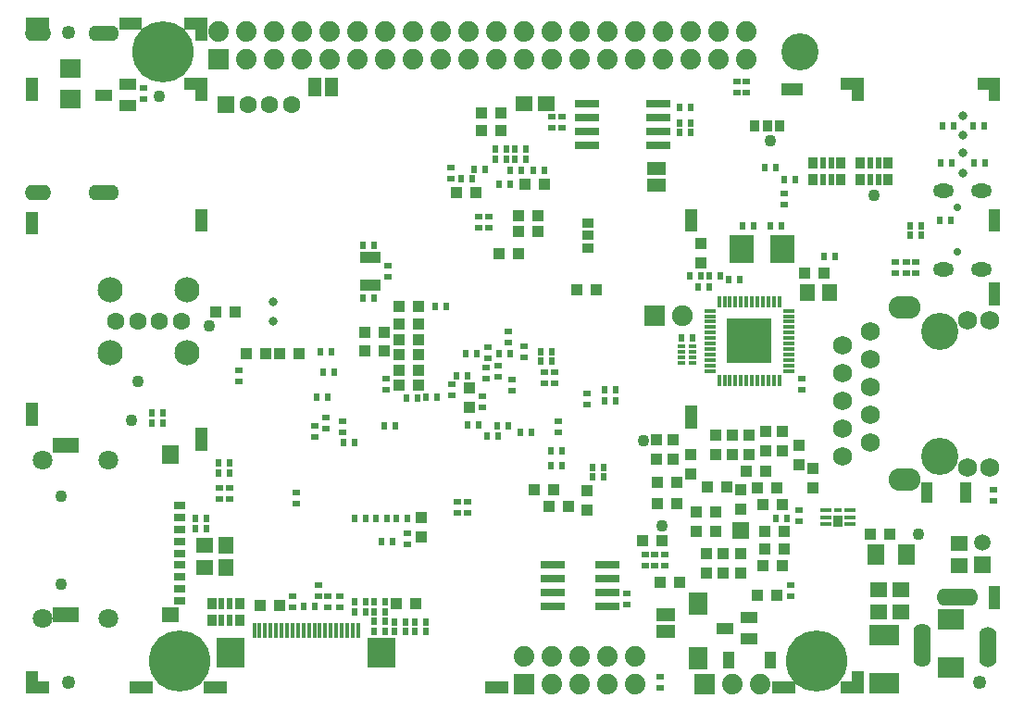
<source format=gbr>
%TF.GenerationSoftware,KiCad,Pcbnew,5.1.5-52549c5~84~ubuntu18.04.1*%
%TF.CreationDate,2020-02-11T15:54:30+02:00*%
%TF.ProjectId,A64-OlinuXino_Rev_G,4136342d-4f6c-4696-9e75-58696e6f5f52,G*%
%TF.SameCoordinates,Original*%
%TF.FileFunction,Soldermask,Bot*%
%TF.FilePolarity,Negative*%
%FSLAX46Y46*%
G04 Gerber Fmt 4.6, Leading zero omitted, Abs format (unit mm)*
G04 Created by KiCad (PCBNEW 5.1.5-52549c5~84~ubuntu18.04.1) date 2020-02-11 15:54:30*
%MOMM*%
%LPD*%
G04 APERTURE LIST*
%ADD10C,0.100000*%
%ADD11C,3.401600*%
%ADD12O,2.901600X2.101600*%
%ADD13C,1.751600*%
%ADD14R,1.901600X1.101600*%
%ADD15O,2.401600X1.401600*%
%ADD16O,2.801600X1.401600*%
%ADD17C,0.801600*%
%ADD18R,0.601600X0.651600*%
%ADD19R,2.301600X0.701600*%
%ADD20R,0.651600X0.601600*%
%ADD21C,1.879600*%
%ADD22R,1.879600X1.879600*%
%ADD23C,1.801600*%
%ADD24C,5.601600*%
%ADD25R,0.701600X0.451600*%
%ADD26R,0.901600X1.051600*%
%ADD27R,1.001600X0.451600*%
%ADD28C,1.601600*%
%ADD29C,2.301600*%
%ADD30R,1.601600X1.601600*%
%ADD31R,0.726600X0.426600*%
%ADD32R,0.726600X0.351600*%
%ADD33R,1.117600X1.117600*%
%ADD34R,1.100000X0.700000*%
%ADD35R,1.600000X1.400000*%
%ADD36R,1.600000X1.800000*%
%ADD37R,2.400000X1.400000*%
%ADD38C,1.101600*%
%ADD39O,1.901600X1.301600*%
%ADD40C,0.701600*%
%ADD41R,0.351600X1.401600*%
%ADD42R,2.501600X2.701600*%
%ADD43R,1.001600X0.351600*%
%ADD44R,0.351600X1.001600*%
%ADD45R,4.101600X4.101600*%
%ADD46R,1.524000X1.524000*%
%ADD47C,1.254000*%
%ADD48R,0.609600X1.117600*%
%ADD49R,0.863600X1.117600*%
%ADD50R,1.701800X1.270000*%
%ADD51R,1.625600X1.371600*%
%ADD52R,1.801600X2.101600*%
%ADD53R,1.101600X1.501600*%
%ADD54R,1.501600X1.101600*%
%ADD55R,1.901600X1.701600*%
%ADD56R,2.801600X1.901600*%
%ADD57R,1.371600X1.625600*%
%ADD58R,1.270000X1.701800*%
%ADD59R,1.625600X1.879600*%
%ADD60R,1.117600X0.863600*%
%ADD61R,1.117600X1.879600*%
%ADD62R,1.501600X1.501600*%
%ADD63C,1.501600*%
%ADD64C,1.901600*%
%ADD65R,1.901600X1.901600*%
%ADD66O,3.801600X1.601600*%
%ADD67O,1.601600X3.701600*%
%ADD68O,1.601600X4.001600*%
%ADD69R,2.201600X2.501600*%
%ADD70R,2.387600X1.879600*%
G04 APERTURE END LIST*
D10*
G36*
X118750000Y-99500000D02*
G01*
X116749999Y-99500000D01*
X116749999Y-98500000D01*
X118750000Y-98500000D01*
X118750000Y-99500000D01*
G37*
X118750000Y-99500000D02*
X116749999Y-99500000D01*
X116749999Y-98500000D01*
X118750000Y-98500000D01*
X118750000Y-99500000D01*
G36*
X171450000Y-44750000D02*
G01*
X169599999Y-44750000D01*
X169599999Y-43750000D01*
X171450000Y-43750000D01*
X171450000Y-44750000D01*
G37*
X171450000Y-44750000D02*
X169599999Y-44750000D01*
X169599999Y-43750000D01*
X171450000Y-43750000D01*
X171450000Y-44750000D01*
G36*
X101500000Y-45250001D02*
G01*
X100500000Y-45250001D01*
X100500000Y-43250000D01*
X101500000Y-43250000D01*
X101500000Y-45250001D01*
G37*
X101500000Y-45250001D02*
X100500000Y-45250001D01*
X100500000Y-43250000D01*
X101500000Y-43250000D01*
X101500000Y-45250001D01*
G36*
X177000000Y-45250000D02*
G01*
X176000000Y-45250000D01*
X176000000Y-43249999D01*
X177000000Y-43249999D01*
X177000000Y-45250000D01*
G37*
X177000000Y-45250000D02*
X176000000Y-45250000D01*
X176000000Y-43249999D01*
X177000000Y-43249999D01*
X177000000Y-45250000D01*
G36*
X161750000Y-57250001D02*
G01*
X160750000Y-57250001D01*
X160750000Y-55250000D01*
X161750000Y-55250000D01*
X161750000Y-57250001D01*
G37*
X161750000Y-57250001D02*
X160750000Y-57250001D01*
X160750000Y-55250000D01*
X161750000Y-55250000D01*
X161750000Y-57250001D01*
G36*
X161750000Y-75250001D02*
G01*
X160750000Y-75250001D01*
X160750000Y-73250000D01*
X161750000Y-73250000D01*
X161750000Y-75250001D01*
G37*
X161750000Y-75250001D02*
X160750000Y-75250001D01*
X160750000Y-73250000D01*
X161750000Y-73250000D01*
X161750000Y-75250001D01*
G36*
X117000000Y-77250001D02*
G01*
X116000000Y-77250001D01*
X116000000Y-75250000D01*
X117000000Y-75250000D01*
X117000000Y-77250001D01*
G37*
X117000000Y-77250001D02*
X116000000Y-77250001D01*
X116000000Y-75250000D01*
X117000000Y-75250000D01*
X117000000Y-77250001D01*
G36*
X117000000Y-57250001D02*
G01*
X116000000Y-57250001D01*
X116000000Y-55250000D01*
X117000000Y-55250000D01*
X117000000Y-57250001D01*
G37*
X117000000Y-57250001D02*
X116000000Y-57250001D01*
X116000000Y-55250000D01*
X117000000Y-55250000D01*
X117000000Y-57250001D01*
G36*
X117000000Y-45250000D02*
G01*
X116000000Y-45250000D01*
X116000000Y-43249999D01*
X117000000Y-43249999D01*
X117000000Y-45250000D01*
G37*
X117000000Y-45250000D02*
X116000000Y-45250000D01*
X116000000Y-43249999D01*
X117000000Y-43249999D01*
X117000000Y-45250000D01*
G36*
X117000000Y-39750000D02*
G01*
X116000000Y-39750000D01*
X116000000Y-37749999D01*
X117000000Y-37749999D01*
X117000000Y-39750000D01*
G37*
X117000000Y-39750000D02*
X116000000Y-39750000D01*
X116000000Y-37749999D01*
X117000000Y-37749999D01*
X117000000Y-39750000D01*
G36*
X117000000Y-44250000D02*
G01*
X114999999Y-44250000D01*
X114999999Y-43250000D01*
X117000000Y-43250000D01*
X117000000Y-44250000D01*
G37*
X117000000Y-44250000D02*
X114999999Y-44250000D01*
X114999999Y-43250000D01*
X117000000Y-43250000D01*
X117000000Y-44250000D01*
G36*
X177000001Y-44250000D02*
G01*
X175000000Y-44250000D01*
X175000000Y-43250000D01*
X177000001Y-43250000D01*
X177000001Y-44250000D01*
G37*
X177000001Y-44250000D02*
X175000000Y-44250000D01*
X175000000Y-43250000D01*
X177000001Y-43250000D01*
X177000001Y-44250000D01*
G36*
X189500001Y-44250000D02*
G01*
X187500000Y-44250000D01*
X187500000Y-43250000D01*
X189500001Y-43250000D01*
X189500001Y-44250000D01*
G37*
X189500001Y-44250000D02*
X187500000Y-44250000D01*
X187500000Y-43250000D01*
X189500001Y-43250000D01*
X189500001Y-44250000D01*
G36*
X189500000Y-45250000D02*
G01*
X188500000Y-45250000D01*
X188500000Y-43249999D01*
X189500000Y-43249999D01*
X189500000Y-45250000D01*
G37*
X189500000Y-45250000D02*
X188500000Y-45250000D01*
X188500000Y-43249999D01*
X189500000Y-43249999D01*
X189500000Y-45250000D01*
G36*
X189500000Y-57250001D02*
G01*
X188500000Y-57250001D01*
X188500000Y-55250000D01*
X189500000Y-55250000D01*
X189500000Y-57250001D01*
G37*
X189500000Y-57250001D02*
X188500000Y-57250001D01*
X188500000Y-55250000D01*
X189500000Y-55250000D01*
X189500000Y-57250001D01*
G36*
X189500000Y-64000001D02*
G01*
X188500000Y-64000001D01*
X188500000Y-62000000D01*
X189500000Y-62000000D01*
X189500000Y-64000001D01*
G37*
X189500000Y-64000001D02*
X188500000Y-64000001D01*
X188500000Y-62000000D01*
X189500000Y-62000000D01*
X189500000Y-64000001D01*
G36*
X189500000Y-91750001D02*
G01*
X188500000Y-91750001D01*
X188500000Y-89750000D01*
X189500000Y-89750000D01*
X189500000Y-91750001D01*
G37*
X189500000Y-91750001D02*
X188500000Y-91750001D01*
X188500000Y-89750000D01*
X189500000Y-89750000D01*
X189500000Y-91750001D01*
G36*
X177000000Y-99500001D02*
G01*
X176000000Y-99500001D01*
X176000000Y-97500000D01*
X177000000Y-97500000D01*
X177000000Y-99500001D01*
G37*
X177000000Y-99500001D02*
X176000000Y-99500001D01*
X176000000Y-97500000D01*
X177000000Y-97500000D01*
X177000000Y-99500001D01*
G36*
X177000000Y-99500000D02*
G01*
X174999999Y-99500000D01*
X174999999Y-98500000D01*
X177000000Y-98500000D01*
X177000000Y-99500000D01*
G37*
X177000000Y-99500000D02*
X174999999Y-99500000D01*
X174999999Y-98500000D01*
X177000000Y-98500000D01*
X177000000Y-99500000D01*
G36*
X170750000Y-99500000D02*
G01*
X168749999Y-99500000D01*
X168749999Y-98500000D01*
X170750000Y-98500000D01*
X170750000Y-99500000D01*
G37*
X170750000Y-99500000D02*
X168749999Y-99500000D01*
X168749999Y-98500000D01*
X170750000Y-98500000D01*
X170750000Y-99500000D01*
G36*
X144500000Y-99500000D02*
G01*
X142499999Y-99500000D01*
X142499999Y-98500000D01*
X144500000Y-98500000D01*
X144500000Y-99500000D01*
G37*
X144500000Y-99500000D02*
X142499999Y-99500000D01*
X142499999Y-98500000D01*
X144500000Y-98500000D01*
X144500000Y-99500000D01*
G36*
X112000000Y-99500000D02*
G01*
X109999999Y-99500000D01*
X109999999Y-98500000D01*
X112000000Y-98500000D01*
X112000000Y-99500000D01*
G37*
X112000000Y-99500000D02*
X109999999Y-99500000D01*
X109999999Y-98500000D01*
X112000000Y-98500000D01*
X112000000Y-99500000D01*
G36*
X102500001Y-99500000D02*
G01*
X100500000Y-99500000D01*
X100500000Y-98500000D01*
X102500001Y-98500000D01*
X102500001Y-99500000D01*
G37*
X102500001Y-99500000D02*
X100500000Y-99500000D01*
X100500000Y-98500000D01*
X102500001Y-98500000D01*
X102500001Y-99500000D01*
G36*
X101500000Y-99500001D02*
G01*
X100500000Y-99500000D01*
X100500000Y-97500000D01*
X101500000Y-97500000D01*
X101500000Y-99500001D01*
G37*
X101500000Y-99500001D02*
X100500000Y-99500000D01*
X100500000Y-97500000D01*
X101500000Y-97500000D01*
X101500000Y-99500001D01*
G36*
X101500000Y-75000000D02*
G01*
X100500000Y-75000001D01*
X100500000Y-73000000D01*
X101500000Y-73000000D01*
X101500000Y-75000000D01*
G37*
X101500000Y-75000000D02*
X100500000Y-75000001D01*
X100500000Y-73000000D01*
X101500000Y-73000000D01*
X101500000Y-75000000D01*
G36*
X101500000Y-55500000D02*
G01*
X101500000Y-57500000D01*
X100500000Y-57500000D01*
X100500000Y-55499999D01*
X101500000Y-55500000D01*
G37*
X101500000Y-55500000D02*
X101500000Y-57500000D01*
X100500000Y-57500000D01*
X100500000Y-55499999D01*
X101500000Y-55500000D01*
G36*
X102500000Y-38750000D02*
G01*
X100500000Y-38750000D01*
X100500000Y-37750000D01*
X102500000Y-37750000D01*
X102500000Y-38750000D01*
G37*
X102500000Y-38750000D02*
X100500000Y-38750000D01*
X100500000Y-37750000D01*
X102500000Y-37750000D01*
X102500000Y-38750000D01*
G36*
X111000000Y-38750000D02*
G01*
X109000000Y-38750000D01*
X109000000Y-37750000D01*
X111000000Y-37750000D01*
X111000000Y-38750000D01*
G37*
X111000000Y-38750000D02*
X109000000Y-38750000D01*
X109000000Y-37750000D01*
X111000000Y-37750000D01*
X111000000Y-38750000D01*
G36*
X117000000Y-38750000D02*
G01*
X115000000Y-38750000D01*
X115000000Y-37750000D01*
X117000000Y-37750000D01*
X117000000Y-38750000D01*
G37*
X117000000Y-38750000D02*
X115000000Y-38750000D01*
X115000000Y-37750000D01*
X117000000Y-37750000D01*
X117000000Y-38750000D01*
D11*
%TO.C,LAN1*%
X184023000Y-77851000D03*
X184023000Y-66421000D03*
D12*
X180823000Y-80036000D03*
X180823000Y-64236000D03*
D13*
X188595000Y-78867000D03*
X186563000Y-78867000D03*
X188595000Y-65405000D03*
X186563000Y-65405000D03*
X175133000Y-77851000D03*
X177673000Y-76581000D03*
X175133000Y-75311000D03*
X177673000Y-74041000D03*
X175133000Y-72771000D03*
X177673000Y-71501000D03*
X175133000Y-70231000D03*
X177673000Y-68961000D03*
X175133000Y-67691000D03*
X177673000Y-66421000D03*
%TD*%
D14*
%TO.C,Q2*%
X131953000Y-62210000D03*
X131953000Y-59710000D03*
%TD*%
D15*
%TO.C,HDMI1*%
X101547000Y-39182000D03*
X101547000Y-53782000D03*
D16*
X107597000Y-53782000D03*
X107597000Y-39182000D03*
%TD*%
D17*
%TO.C,UBOOT1*%
X123063000Y-63743000D03*
X123063000Y-65543000D03*
%TD*%
%TO.C,RESET1*%
X186182000Y-46725000D03*
X186182000Y-48525000D03*
%TD*%
%TO.C,PWRON1*%
X186182000Y-50154000D03*
X186182000Y-51954000D03*
%TD*%
D18*
%TO.C,R15*%
X144399000Y-50673000D03*
X143383000Y-50673000D03*
%TD*%
D19*
%TO.C,U4*%
X153649501Y-91567001D03*
X153649501Y-90297001D03*
X153649501Y-89027001D03*
X153649501Y-87757001D03*
X148649501Y-87757001D03*
X148649501Y-89027001D03*
X148649501Y-90297001D03*
X148649501Y-91567001D03*
%TD*%
D20*
%TO.C,C39*%
X155448000Y-90424000D03*
X155448000Y-91440000D03*
%TD*%
D18*
%TO.C,R66*%
X145161000Y-50673000D03*
X146177000Y-50673000D03*
%TD*%
D20*
%TO.C,C94*%
X142811500Y-56959500D03*
X142811500Y-55943500D03*
%TD*%
D21*
%TO.C,UEXT1*%
X148590000Y-96139000D03*
X148590000Y-98679000D03*
X146050000Y-96139000D03*
D22*
X146050000Y-98679000D03*
D21*
X151130000Y-98679000D03*
X151130000Y-96139000D03*
X153670000Y-96139000D03*
X153670000Y-98679000D03*
X156210000Y-98679000D03*
X156210000Y-96139000D03*
%TD*%
D23*
%TO.C,HEADPHONES/LINEOUT1*%
X101981000Y-78232000D03*
X107981000Y-78232000D03*
%TD*%
D24*
%TO.C,Mounting_hole2*%
X114500000Y-96600000D03*
%TD*%
%TO.C,Mounting_hole3*%
X113000000Y-40900000D03*
%TD*%
%TO.C,Mounting_hole1*%
X172800000Y-96600000D03*
%TD*%
D18*
%TO.C,R131*%
X136017000Y-93027500D03*
X137033000Y-93027500D03*
%TD*%
%TO.C,R132*%
X132334000Y-92964000D03*
X133350000Y-92964000D03*
%TD*%
%TO.C,R127*%
X135191500Y-93027500D03*
X134175500Y-93027500D03*
%TD*%
%TO.C,R128*%
X133350000Y-92075000D03*
X132334000Y-92075000D03*
%TD*%
%TO.C,R129*%
X137033000Y-93916500D03*
X136017000Y-93916500D03*
%TD*%
%TO.C,R130*%
X133350000Y-93916500D03*
X132334000Y-93916500D03*
%TD*%
%TO.C,R126*%
X130556000Y-92075000D03*
X131572000Y-92075000D03*
%TD*%
%TO.C,R125*%
X135191500Y-93916500D03*
X134175500Y-93916500D03*
%TD*%
%TO.C,R121*%
X146177000Y-49784000D03*
X145161000Y-49784000D03*
%TD*%
D25*
%TO.C,T1*%
X174752000Y-82789000D03*
D26*
X174752000Y-83789000D03*
D27*
X175852000Y-84089000D03*
X175852000Y-83439000D03*
X175852000Y-82789000D03*
X173652000Y-82789000D03*
X173652000Y-83439000D03*
X173652000Y-84089000D03*
%TD*%
D28*
%TO.C,USB1*%
X114712000Y-65532000D03*
X112712000Y-65532000D03*
X110712000Y-65532000D03*
X108712000Y-65532000D03*
D29*
X108212000Y-68382000D03*
X108212000Y-62682000D03*
X115212000Y-68382000D03*
X115212000Y-62682000D03*
%TD*%
D28*
%TO.C,HSIC1*%
X124793000Y-45720000D03*
X122793000Y-45720000D03*
X120793000Y-45720000D03*
D30*
X118793000Y-45720000D03*
%TD*%
D31*
%TO.C,RM15*%
X160396500Y-69370000D03*
X161421500Y-69370000D03*
D32*
X160396500Y-68830000D03*
X161421500Y-68830000D03*
X160396500Y-68330000D03*
X161421500Y-68330000D03*
D31*
X160396500Y-67790000D03*
X161421500Y-67790000D03*
%TD*%
D18*
%TO.C,R62*%
X143383000Y-49784000D03*
X144399000Y-49784000D03*
%TD*%
D33*
%TO.C,C162*%
X161290000Y-79502000D03*
X161290000Y-77724000D03*
%TD*%
D19*
%TO.C,U12*%
X151832000Y-45593000D03*
X151832000Y-46863000D03*
X151832000Y-48133000D03*
X151832000Y-49403000D03*
X158302000Y-49403000D03*
X158302000Y-48133000D03*
X158302000Y-46863000D03*
X158302000Y-45593000D03*
%TD*%
D34*
%TO.C,MICRO_SD1*%
X114565000Y-91132000D03*
X114565000Y-90032000D03*
X114565000Y-88932000D03*
X114565000Y-87832000D03*
X114565000Y-86732000D03*
X114565000Y-85632000D03*
X114565000Y-84532000D03*
X114565000Y-83432000D03*
X114565000Y-82332000D03*
D35*
X113685000Y-92332000D03*
D36*
X113685000Y-77732000D03*
D37*
X104085000Y-92332000D03*
X104085000Y-76832000D03*
D38*
X103682800Y-81534000D03*
X103682800Y-89535000D03*
%TD*%
D39*
%TO.C,USB-OTG1*%
X187842000Y-53550000D03*
X184372000Y-53550000D03*
X184372000Y-60750000D03*
X187842000Y-60750000D03*
D40*
X185692000Y-55150000D03*
X185692000Y-59150000D03*
%TD*%
D23*
%TO.C,MIC/LINEIN1*%
X101981000Y-92710000D03*
X107981000Y-92710000D03*
%TD*%
D41*
%TO.C,MIPI-DSI1*%
X121361000Y-93770000D03*
X121861000Y-93770000D03*
X122361000Y-93770000D03*
X122861000Y-93770000D03*
X123361000Y-93770000D03*
X123861000Y-93770000D03*
X124361000Y-93770000D03*
X124861000Y-93770000D03*
X125361000Y-93770000D03*
X125861000Y-93770000D03*
X126361000Y-93770000D03*
X126861000Y-93770000D03*
X127361000Y-93770000D03*
X127861000Y-93770000D03*
X128361000Y-93770000D03*
X128861000Y-93770000D03*
X129361000Y-93770000D03*
X129861000Y-93770000D03*
X130361000Y-93770000D03*
X130861000Y-93770000D03*
D42*
X119211000Y-95870000D03*
X133011000Y-95870000D03*
%TD*%
D43*
%TO.C,U15*%
X170224000Y-64560000D03*
X170224000Y-65060000D03*
X170224000Y-65560000D03*
X170224000Y-66060000D03*
X170224000Y-66560000D03*
X170224000Y-67060000D03*
X170224000Y-67560000D03*
X170224000Y-68060000D03*
X170224000Y-68560000D03*
X170224000Y-69060000D03*
X170224000Y-69560000D03*
X170224000Y-70060000D03*
D44*
X169374000Y-70910000D03*
X168874000Y-70910000D03*
X168374000Y-70910000D03*
X167874000Y-70910000D03*
X167374000Y-70910000D03*
X166874000Y-70910000D03*
X166374000Y-70910000D03*
X165874000Y-70910000D03*
X165374000Y-70910000D03*
X164874000Y-70910000D03*
X164374000Y-70910000D03*
X163874000Y-70910000D03*
D43*
X163024000Y-70060000D03*
X163024000Y-69560000D03*
X163024000Y-69060000D03*
X163024000Y-68560000D03*
X163024000Y-68060000D03*
X163024000Y-67560000D03*
X163024000Y-67060000D03*
X163024000Y-66560000D03*
X163024000Y-66060000D03*
X163024000Y-65560000D03*
X163024000Y-65060000D03*
X163024000Y-64560000D03*
D44*
X163874000Y-63710000D03*
X164374000Y-63710000D03*
X164874000Y-63710000D03*
X165374000Y-63710000D03*
X165874000Y-63710000D03*
X166374000Y-63710000D03*
X166874000Y-63710000D03*
X167374000Y-63710000D03*
X167874000Y-63710000D03*
X168374000Y-63710000D03*
X168874000Y-63710000D03*
X169374000Y-63710000D03*
D45*
X166624000Y-67310000D03*
D46*
X166624000Y-67310000D03*
%TD*%
D47*
%TO.C,FID4*%
X104394000Y-39116000D03*
%TD*%
%TO.C,FID5*%
X104394000Y-98552000D03*
%TD*%
%TO.C,FID6*%
X187706000Y-98552000D03*
%TD*%
D46*
%TO.C,U14*%
X165862000Y-84645500D03*
%TD*%
D48*
%TO.C,RM9*%
X177673000Y-52578000D03*
X178435000Y-52578000D03*
X177673000Y-51054000D03*
X178435000Y-51054000D03*
D49*
X176784000Y-52578000D03*
X176784000Y-51054000D03*
X179324000Y-52578000D03*
X179324000Y-51054000D03*
%TD*%
D20*
%TO.C,R93*%
X133604000Y-61468000D03*
X133604000Y-60452000D03*
%TD*%
%TO.C,R46*%
X111252000Y-45212000D03*
X111252000Y-44196000D03*
%TD*%
D50*
%TO.C,5V_E1*%
X159004000Y-93853000D03*
X159004000Y-92329000D03*
X159004000Y-92329000D03*
%TD*%
D20*
%TO.C,C1*%
X135400000Y-85908000D03*
X135400000Y-84892000D03*
%TD*%
D18*
%TO.C,C2*%
X134366000Y-83566000D03*
X135382000Y-83566000D03*
%TD*%
%TO.C,C3*%
X132461000Y-83566000D03*
X133477000Y-83566000D03*
%TD*%
%TO.C,C4*%
X130556000Y-83566000D03*
X131572000Y-83566000D03*
%TD*%
D33*
%TO.C,C5*%
X136144000Y-91376500D03*
X134366000Y-91376500D03*
%TD*%
D20*
%TO.C,C6*%
X129159000Y-91694000D03*
X129159000Y-90678000D03*
%TD*%
%TO.C,C7*%
X124841000Y-91694000D03*
X124841000Y-90678000D03*
%TD*%
%TO.C,C8*%
X125200000Y-81192000D03*
X125200000Y-82208000D03*
%TD*%
%TO.C,C9*%
X129413000Y-74676000D03*
X129413000Y-75692000D03*
%TD*%
D33*
%TO.C,C10*%
X125489000Y-68500000D03*
X123711000Y-68500000D03*
%TD*%
D20*
%TO.C,C11*%
X119100000Y-80792000D03*
X119100000Y-81808000D03*
%TD*%
D18*
%TO.C,C12*%
X134008000Y-85700000D03*
X132992000Y-85700000D03*
%TD*%
%TO.C,C13*%
X132334000Y-91186000D03*
X133350000Y-91186000D03*
%TD*%
%TO.C,C14*%
X130556000Y-91186000D03*
X131572000Y-91186000D03*
%TD*%
D20*
%TO.C,C15*%
X133400000Y-71808000D03*
X133400000Y-70792000D03*
%TD*%
D33*
%TO.C,C16*%
X121911000Y-91500000D03*
X123689000Y-91500000D03*
%TD*%
D18*
%TO.C,C17*%
X144608000Y-75100000D03*
X143592000Y-75100000D03*
%TD*%
%TO.C,C18*%
X146708000Y-75700000D03*
X145692000Y-75700000D03*
%TD*%
%TO.C,C19*%
X129540000Y-76581000D03*
X130556000Y-76581000D03*
%TD*%
%TO.C,C20*%
X128708000Y-70200000D03*
X127692000Y-70200000D03*
%TD*%
D33*
%TO.C,C21*%
X131445000Y-68199000D03*
X133223000Y-68199000D03*
%TD*%
D18*
%TO.C,C22*%
X140892000Y-75000000D03*
X141908000Y-75000000D03*
%TD*%
%TO.C,C23*%
X118092000Y-78500000D03*
X119108000Y-78500000D03*
%TD*%
D20*
%TO.C,C24*%
X127200000Y-90708000D03*
X127200000Y-89692000D03*
%TD*%
D18*
%TO.C,C25*%
X128408000Y-68300000D03*
X127392000Y-68300000D03*
%TD*%
D33*
%TO.C,C26*%
X120611000Y-68500000D03*
X122389000Y-68500000D03*
%TD*%
%TO.C,C27*%
X136652000Y-83439000D03*
X136652000Y-85217000D03*
%TD*%
D20*
%TO.C,C28*%
X127900000Y-75308000D03*
X127900000Y-74292000D03*
%TD*%
D18*
%TO.C,C29*%
X142692000Y-76000000D03*
X143708000Y-76000000D03*
%TD*%
%TO.C,C30*%
X134308000Y-75100000D03*
X133292000Y-75100000D03*
%TD*%
D20*
%TO.C,C31*%
X126900000Y-75092000D03*
X126900000Y-76108000D03*
%TD*%
D18*
%TO.C,C34*%
X147592000Y-69200000D03*
X148608000Y-69200000D03*
%TD*%
%TO.C,C35*%
X146892000Y-51750000D03*
X147908000Y-51750000D03*
%TD*%
D33*
%TO.C,C36*%
X146113500Y-52959000D03*
X147891500Y-52959000D03*
%TD*%
D18*
%TO.C,C37*%
X140242000Y-52500000D03*
X141258000Y-52500000D03*
%TD*%
D33*
%TO.C,C38*%
X139861000Y-53750000D03*
X141639000Y-53750000D03*
%TD*%
%TO.C,C42*%
X142111000Y-46500000D03*
X143889000Y-46500000D03*
%TD*%
%TO.C,C43*%
X142111000Y-48050000D03*
X143889000Y-48050000D03*
%TD*%
D18*
%TO.C,C44*%
X142508000Y-51650000D03*
X141492000Y-51650000D03*
%TD*%
%TO.C,C46*%
X139892000Y-70500000D03*
X140908000Y-70500000D03*
%TD*%
D20*
%TO.C,C50*%
X139425000Y-72333000D03*
X139425000Y-71317000D03*
%TD*%
D18*
%TO.C,C51*%
X137092000Y-72500000D03*
X138108000Y-72500000D03*
%TD*%
D33*
%TO.C,C53*%
X134620000Y-69977000D03*
X136398000Y-69977000D03*
%TD*%
%TO.C,C54*%
X136398000Y-65786000D03*
X134620000Y-65786000D03*
%TD*%
%TO.C,C55*%
X134620000Y-68580000D03*
X136398000Y-68580000D03*
%TD*%
%TO.C,C56*%
X136398000Y-67183000D03*
X134620000Y-67183000D03*
%TD*%
%TO.C,C59*%
X136398000Y-71374000D03*
X134620000Y-71374000D03*
%TD*%
%TO.C,C61*%
X141050000Y-73364000D03*
X141050000Y-71586000D03*
%TD*%
D51*
%TO.C,C64*%
X116840000Y-88011000D03*
X116840000Y-85979000D03*
%TD*%
D20*
%TO.C,C72*%
X179959000Y-60071000D03*
X179959000Y-61087000D03*
%TD*%
%TO.C,C73*%
X144625000Y-67458000D03*
X144625000Y-66442000D03*
%TD*%
D18*
%TO.C,C79*%
X144808000Y-68500000D03*
X143792000Y-68500000D03*
%TD*%
D20*
%TO.C,C80*%
X147900000Y-71208000D03*
X147900000Y-70192000D03*
%TD*%
%TO.C,C109*%
X142700000Y-67892000D03*
X142700000Y-68908000D03*
%TD*%
D18*
%TO.C,C110*%
X147592000Y-68300000D03*
X148608000Y-68300000D03*
%TD*%
D20*
%TO.C,C115*%
X148800000Y-70192000D03*
X148800000Y-71208000D03*
%TD*%
D33*
%TO.C,C116*%
X143764000Y-59309000D03*
X145542000Y-59309000D03*
%TD*%
D20*
%TO.C,C117*%
X142600000Y-69792000D03*
X142600000Y-70808000D03*
%TD*%
D51*
%TO.C,C118*%
X180467000Y-92075000D03*
X180467000Y-90043000D03*
%TD*%
%TO.C,C119*%
X178435000Y-92075000D03*
X178435000Y-90043000D03*
%TD*%
D33*
%TO.C,C120*%
X145542000Y-55880000D03*
X147320000Y-55880000D03*
%TD*%
%TO.C,C121*%
X168021000Y-84709000D03*
X169799000Y-84709000D03*
%TD*%
D18*
%TO.C,C123*%
X149508000Y-77400000D03*
X148492000Y-77400000D03*
%TD*%
D33*
%TO.C,C125*%
X160020000Y-80264000D03*
X158242000Y-80264000D03*
%TD*%
%TO.C,C126*%
X161798000Y-82931000D03*
X163576000Y-82931000D03*
%TD*%
D18*
%TO.C,C127*%
X152273000Y-79756000D03*
X153289000Y-79756000D03*
%TD*%
D33*
%TO.C,C128*%
X168021000Y-86360000D03*
X169799000Y-86360000D03*
%TD*%
D18*
%TO.C,C130*%
X152273000Y-78867000D03*
X153289000Y-78867000D03*
%TD*%
D20*
%TO.C,C132*%
X149200000Y-75708000D03*
X149200000Y-74692000D03*
%TD*%
D33*
%TO.C,C133*%
X165862000Y-88519000D03*
X165862000Y-86741000D03*
%TD*%
D18*
%TO.C,C134*%
X149508000Y-78700000D03*
X148492000Y-78700000D03*
%TD*%
D33*
%TO.C,C135*%
X179451000Y-84963000D03*
X177673000Y-84963000D03*
%TD*%
%TO.C,C137*%
X151765000Y-81026000D03*
X151765000Y-82804000D03*
%TD*%
%TO.C,C142*%
X148717000Y-80899000D03*
X146939000Y-80899000D03*
%TD*%
%TO.C,C145*%
X164211000Y-88519000D03*
X164211000Y-86741000D03*
%TD*%
%TO.C,C147*%
X172466000Y-78994000D03*
X172466000Y-80772000D03*
%TD*%
%TO.C,C148*%
X150114000Y-82423000D03*
X148336000Y-82423000D03*
%TD*%
%TO.C,C149*%
X162687000Y-86741000D03*
X162687000Y-88519000D03*
%TD*%
%TO.C,C151*%
X158496000Y-89408000D03*
X160274000Y-89408000D03*
%TD*%
%TO.C,C152*%
X167386000Y-90551000D03*
X169164000Y-90551000D03*
%TD*%
%TO.C,C153*%
X166624000Y-77724000D03*
X166624000Y-75946000D03*
%TD*%
D20*
%TO.C,C155*%
X142200000Y-72392000D03*
X142200000Y-73408000D03*
%TD*%
D18*
%TO.C,C156*%
X185293000Y-47625000D03*
X184277000Y-47625000D03*
%TD*%
D33*
%TO.C,C157*%
X165862000Y-80899000D03*
X165862000Y-82677000D03*
%TD*%
D20*
%TO.C,C158*%
X144900000Y-70892000D03*
X144900000Y-71908000D03*
%TD*%
D33*
%TO.C,C159*%
X160020000Y-82169000D03*
X158242000Y-82169000D03*
%TD*%
%TO.C,C160*%
X158115000Y-76327000D03*
X158115000Y-78105000D03*
%TD*%
%TO.C,C161*%
X162814000Y-80645000D03*
X164592000Y-80645000D03*
%TD*%
%TO.C,C164*%
X163576000Y-77724000D03*
X163576000Y-75946000D03*
%TD*%
%TO.C,C165*%
X165100000Y-77724000D03*
X165100000Y-75946000D03*
%TD*%
%TO.C,C167*%
X168148000Y-79248000D03*
X166370000Y-79248000D03*
%TD*%
%TO.C,C168*%
X159639000Y-76327000D03*
X159639000Y-78105000D03*
%TD*%
%TO.C,C170*%
X169164000Y-80772000D03*
X167386000Y-80772000D03*
%TD*%
%TO.C,C171*%
X163576000Y-84709000D03*
X161798000Y-84709000D03*
%TD*%
%TO.C,C173*%
X156845000Y-85598000D03*
X158623000Y-85598000D03*
%TD*%
%TO.C,C174*%
X171196000Y-78613000D03*
X171196000Y-76835000D03*
%TD*%
%TO.C,C176*%
X169672000Y-82296000D03*
X167894000Y-82296000D03*
%TD*%
D18*
%TO.C,C177*%
X185166000Y-51054000D03*
X184150000Y-51054000D03*
%TD*%
D33*
%TO.C,C178*%
X169672000Y-77343000D03*
X169672000Y-75565000D03*
%TD*%
%TO.C,C179*%
X168148000Y-77343000D03*
X168148000Y-75565000D03*
%TD*%
D51*
%TO.C,C180*%
X185801000Y-87884000D03*
X185801000Y-85852000D03*
%TD*%
D33*
%TO.C,C181*%
X169672000Y-87884000D03*
X167894000Y-87884000D03*
%TD*%
D18*
%TO.C,C183*%
X131318000Y-58547000D03*
X132334000Y-58547000D03*
%TD*%
%TO.C,C184*%
X131318000Y-63373000D03*
X132334000Y-63373000D03*
%TD*%
D33*
%TO.C,C188*%
X145542000Y-57277000D03*
X147320000Y-57277000D03*
%TD*%
D18*
%TO.C,C189*%
X141708000Y-68500000D03*
X140692000Y-68500000D03*
%TD*%
D33*
%TO.C,C190*%
X117856000Y-64643000D03*
X119634000Y-64643000D03*
%TD*%
D20*
%TO.C,C191*%
X146000000Y-68834000D03*
X146000000Y-67818000D03*
%TD*%
D33*
%TO.C,C192*%
X136398000Y-64135000D03*
X134620000Y-64135000D03*
%TD*%
%TO.C,C194*%
X150876000Y-62611000D03*
X152654000Y-62611000D03*
%TD*%
D52*
%TO.C,D3*%
X161925000Y-96353000D03*
X161925000Y-91353000D03*
%TD*%
D53*
%TO.C,D4*%
X168524000Y-96520000D03*
X164724000Y-96520000D03*
%TD*%
D54*
%TO.C,FET1*%
X109819440Y-43881040D03*
X109819440Y-45783500D03*
X107609640Y-44828460D03*
%TD*%
%TO.C,FET2*%
X166588440Y-92649040D03*
X166588440Y-94551500D03*
X164378640Y-93596460D03*
%TD*%
D55*
%TO.C,FUSE1*%
X104521000Y-42415000D03*
X104521000Y-45215000D03*
%TD*%
D56*
%TO.C,FUSE2*%
X178943000Y-98593000D03*
X178943000Y-94193000D03*
%TD*%
D51*
%TO.C,L1*%
X148082000Y-45593000D03*
X146050000Y-45593000D03*
%TD*%
D57*
%TO.C,L2*%
X118745000Y-88011000D03*
X118745000Y-85979000D03*
%TD*%
D18*
%TO.C,R2*%
X128108000Y-72500000D03*
X127092000Y-72500000D03*
%TD*%
D20*
%TO.C,R3*%
X140843000Y-82042000D03*
X140843000Y-83058000D03*
%TD*%
%TO.C,R4*%
X139954000Y-82042000D03*
X139954000Y-83058000D03*
%TD*%
D18*
%TO.C,R54*%
X168021000Y-51435000D03*
X169037000Y-51435000D03*
%TD*%
D20*
%TO.C,R60*%
X169799000Y-53848000D03*
X169799000Y-54864000D03*
%TD*%
D18*
%TO.C,R96*%
X137922000Y-64135000D03*
X138938000Y-64135000D03*
%TD*%
D20*
%TO.C,R97*%
X151765000Y-72136000D03*
X151765000Y-73152000D03*
%TD*%
D18*
%TO.C,R98*%
X153416000Y-72771000D03*
X154432000Y-72771000D03*
%TD*%
D48*
%TO.C,RM7*%
X118364000Y-92837000D03*
X119126000Y-92837000D03*
X118364000Y-91313000D03*
X119126000Y-91313000D03*
D49*
X117475000Y-92837000D03*
X117475000Y-91313000D03*
X120015000Y-92837000D03*
X120015000Y-91313000D03*
%TD*%
D48*
%TO.C,RM12*%
X173355000Y-52578000D03*
X174117000Y-52578000D03*
X173355000Y-51054000D03*
X174117000Y-51054000D03*
D49*
X172466000Y-52578000D03*
X172466000Y-51054000D03*
X175006000Y-52578000D03*
X175006000Y-51054000D03*
%TD*%
D18*
%TO.C,R37*%
X185039000Y-56261000D03*
X184023000Y-56261000D03*
%TD*%
D20*
%TO.C,R38*%
X181864000Y-61087000D03*
X181864000Y-60071000D03*
%TD*%
D18*
%TO.C,R41*%
X173482000Y-59563000D03*
X174498000Y-59563000D03*
%TD*%
D20*
%TO.C,R42*%
X180975000Y-60071000D03*
X180975000Y-61087000D03*
%TD*%
D18*
%TO.C,R61*%
X170815000Y-52578000D03*
X169799000Y-52578000D03*
%TD*%
D58*
%TO.C,HSIC_E1*%
X126873000Y-44069000D03*
X128397000Y-44069000D03*
X128397000Y-44069000D03*
%TD*%
D20*
%TO.C,C197*%
X143700000Y-70608000D03*
X143700000Y-69592000D03*
%TD*%
%TO.C,R85*%
X170434000Y-90678000D03*
X170434000Y-89662000D03*
%TD*%
%TO.C,R84*%
X171196000Y-83820000D03*
X171196000Y-82804000D03*
%TD*%
D59*
%TO.C,R78*%
X180975000Y-86868000D03*
X178181000Y-86868000D03*
%TD*%
D18*
%TO.C,R92*%
X169037000Y-83566000D03*
X170053000Y-83566000D03*
%TD*%
D20*
%TO.C,R90*%
X157099000Y-86868000D03*
X157099000Y-87884000D03*
%TD*%
%TO.C,R88*%
X157988000Y-86868000D03*
X157988000Y-87884000D03*
%TD*%
D18*
%TO.C,R89*%
X187071000Y-47625000D03*
X188087000Y-47625000D03*
%TD*%
D20*
%TO.C,R83*%
X158877000Y-87884000D03*
X158877000Y-86868000D03*
%TD*%
D18*
%TO.C,R91*%
X187198000Y-51054000D03*
X188214000Y-51054000D03*
%TD*%
D20*
%TO.C,R95*%
X158496000Y-99060000D03*
X158496000Y-98044000D03*
%TD*%
D18*
%TO.C,R30*%
X116967000Y-83566000D03*
X115951000Y-83566000D03*
%TD*%
%TO.C,R31*%
X116967000Y-84455000D03*
X115951000Y-84455000D03*
%TD*%
%TO.C,R21*%
X145796000Y-51752500D03*
X144780000Y-51752500D03*
%TD*%
%TO.C,R23*%
X144780000Y-52950000D03*
X143764000Y-52950000D03*
%TD*%
%TO.C,R27*%
X136271000Y-72517000D03*
X135255000Y-72517000D03*
%TD*%
D20*
%TO.C,R1*%
X120000000Y-69992000D03*
X120000000Y-71008000D03*
%TD*%
%TO.C,R5*%
X118200000Y-81808000D03*
X118200000Y-80792000D03*
%TD*%
D18*
%TO.C,R8*%
X119108000Y-79400000D03*
X118092000Y-79400000D03*
%TD*%
D20*
%TO.C,R9*%
X128079500Y-91694000D03*
X128079500Y-90678000D03*
%TD*%
D18*
%TO.C,R13*%
X126908000Y-91600000D03*
X125892000Y-91600000D03*
%TD*%
D60*
%TO.C,3.3V/VCC-PE:2.8V1*%
X151892000Y-56515000D03*
X151892000Y-57658000D03*
X151892000Y-58801000D03*
%TD*%
D18*
%TO.C,R86*%
X182372000Y-56769000D03*
X181356000Y-56769000D03*
%TD*%
%TO.C,R87*%
X182372000Y-57658000D03*
X181356000Y-57658000D03*
%TD*%
D33*
%TO.C,R36*%
X133223000Y-66548000D03*
X131445000Y-66548000D03*
%TD*%
D61*
%TO.C,C196*%
X182880000Y-81153000D03*
X186436000Y-81153000D03*
%TD*%
D57*
%TO.C,C201*%
X173990000Y-62865000D03*
X171958000Y-62865000D03*
%TD*%
D33*
%TO.C,C211*%
X162179000Y-60198000D03*
X162179000Y-58420000D03*
%TD*%
D18*
%TO.C,R105*%
X161417000Y-67056000D03*
X160401000Y-67056000D03*
%TD*%
%TO.C,R109*%
X163957000Y-61404500D03*
X162941000Y-61404500D03*
%TD*%
%TO.C,R110*%
X165735000Y-61722000D03*
X164719000Y-61722000D03*
%TD*%
D20*
%TO.C,R111*%
X188976000Y-81915000D03*
X188976000Y-80899000D03*
%TD*%
D33*
%TO.C,R115*%
X173482000Y-61087000D03*
X171704000Y-61087000D03*
%TD*%
D18*
%TO.C,C210*%
X162941000Y-62357000D03*
X161925000Y-62357000D03*
%TD*%
D20*
%TO.C,C216*%
X171450000Y-70739000D03*
X171450000Y-71755000D03*
%TD*%
%TO.C,C81*%
X148590000Y-46799500D03*
X148590000Y-47815500D03*
%TD*%
D18*
%TO.C,R53*%
X161290000Y-45974000D03*
X160274000Y-45974000D03*
%TD*%
%TO.C,R55*%
X161290000Y-48260000D03*
X160274000Y-48260000D03*
%TD*%
%TO.C,R56*%
X161290000Y-47371000D03*
X160274000Y-47371000D03*
%TD*%
D20*
%TO.C,R57*%
X149479000Y-46799500D03*
X149479000Y-47815500D03*
%TD*%
D38*
%TO.C,+1.8V1*%
X110744000Y-70993000D03*
%TD*%
%TO.C,+3.0VA1*%
X110109000Y-74549000D03*
%TD*%
%TO.C,+3.3VD1*%
X112649000Y-44958000D03*
%TD*%
%TO.C,1.1V_CPUS1*%
X178054000Y-53975000D03*
%TD*%
%TO.C,1.1V_SYS1*%
X156972000Y-76454000D03*
%TD*%
%TO.C,3.0V_RTC1*%
X117221000Y-65913000D03*
%TD*%
%TO.C,IPS1*%
X182118000Y-84963000D03*
%TD*%
%TO.C,VCC-PC1*%
X168529000Y-49022000D03*
%TD*%
%TO.C,VCC-PL1*%
X158623000Y-84201000D03*
%TD*%
D21*
%TO.C,GPIO1*%
X140970000Y-38989000D03*
X140970000Y-41529000D03*
X138430000Y-38989000D03*
X138430000Y-41529000D03*
X135890000Y-38989000D03*
X135890000Y-41529000D03*
X133350000Y-38989000D03*
X133350000Y-41529000D03*
X130810000Y-38989000D03*
X130810000Y-41529000D03*
X120650000Y-38989000D03*
X120650000Y-41529000D03*
X118110000Y-38989000D03*
D22*
X118110000Y-41529000D03*
D21*
X123190000Y-41529000D03*
X123190000Y-38989000D03*
X125730000Y-38989000D03*
X125730000Y-41529000D03*
X128270000Y-41529000D03*
X128270000Y-38989000D03*
X153670000Y-38989000D03*
X153670000Y-41529000D03*
X151130000Y-41529000D03*
X151130000Y-38989000D03*
X148590000Y-38989000D03*
X148590000Y-41529000D03*
X143510000Y-41529000D03*
X143510000Y-38989000D03*
X146050000Y-41529000D03*
X146050000Y-38989000D03*
X156210000Y-41529000D03*
X156210000Y-38989000D03*
X158750000Y-41529000D03*
X158750000Y-38989000D03*
X161290000Y-41529000D03*
X161290000Y-38989000D03*
X163830000Y-41529000D03*
X163830000Y-38989000D03*
X166370000Y-41529000D03*
X166370000Y-38989000D03*
%TD*%
%TO.C,DBG_UART1*%
X167640000Y-98679000D03*
X165100000Y-98679000D03*
D22*
X162560000Y-98679000D03*
%TD*%
D62*
%TO.C,LIPO_BAT1*%
X187982860Y-87749380D03*
D63*
X187980320Y-85737700D03*
%TD*%
D64*
%TO.C,PHYRST1*%
X160528000Y-65024000D03*
D65*
X157988000Y-65024000D03*
%TD*%
D18*
%TO.C,C86*%
X113030000Y-73914000D03*
X112014000Y-73914000D03*
%TD*%
%TO.C,C87*%
X113030000Y-74803000D03*
X112014000Y-74803000D03*
%TD*%
D66*
%TO.C,PWR1*%
X185695000Y-90724000D03*
D67*
X188441000Y-95324000D03*
D68*
X182441000Y-95174000D03*
%TD*%
D11*
%TO.C,Mounting_hole4*%
X171300000Y-40900000D03*
%TD*%
D20*
%TO.C,R28*%
X166370000Y-44577000D03*
X166370000Y-43561000D03*
%TD*%
%TO.C,R65*%
X165481000Y-44577000D03*
X165481000Y-43561000D03*
%TD*%
D49*
%TO.C,PWR_PC1*%
X169418000Y-47625000D03*
X168275000Y-47625000D03*
X167132000Y-47625000D03*
%TD*%
D69*
%TO.C,Q4*%
X165917000Y-58928000D03*
X169617000Y-58928000D03*
%TD*%
D18*
%TO.C,C212*%
X169608500Y-56769000D03*
X168592500Y-56769000D03*
%TD*%
%TO.C,C213*%
X165989000Y-56769000D03*
X167005000Y-56769000D03*
%TD*%
D70*
%TO.C,D1*%
X185039000Y-92819000D03*
X185039000Y-97173000D03*
%TD*%
D20*
%TO.C,R67*%
X139350000Y-51492000D03*
X139350000Y-52508000D03*
%TD*%
D50*
%TO.C,WP_Enable1*%
X158115000Y-51562000D03*
X158115000Y-53086000D03*
X158115000Y-53086000D03*
%TD*%
D20*
%TO.C,R68*%
X141922500Y-56959500D03*
X141922500Y-55943500D03*
%TD*%
D18*
%TO.C,C88*%
X154432000Y-71755000D03*
X153416000Y-71755000D03*
%TD*%
%TO.C,C93*%
X162179000Y-61404500D03*
X161163000Y-61404500D03*
%TD*%
M02*

</source>
